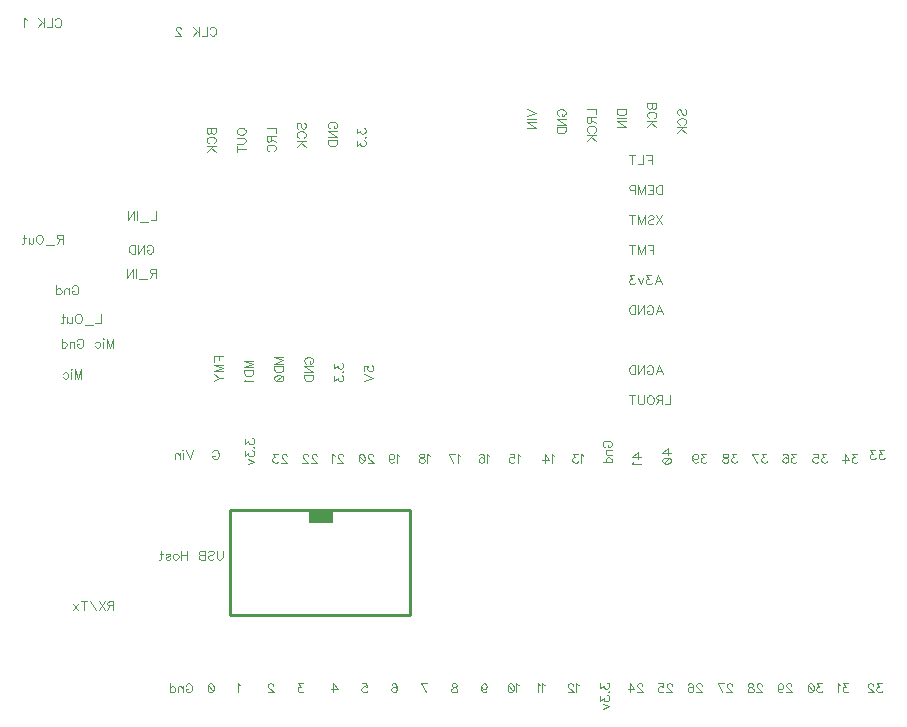
<source format=gbr>
G04 DipTrace 3.3.1.1*
G04 BottomSilk.gbr*
%MOIN*%
G04 #@! TF.FileFunction,Legend,Bot*
G04 #@! TF.Part,Single*
%ADD19C,0.01*%
%ADD79C,0.004632*%
%FSLAX26Y26*%
G04*
G70*
G90*
G75*
G01*
G04 BotSilk*
%LPD*%
X1775898Y2291769D2*
D19*
X2375898D1*
Y1941769D1*
X1775898D1*
Y2291769D1*
G36*
X2038496Y2291488D2*
X2119738D1*
Y2247743D1*
X2038496D1*
Y2291488D1*
G37*
X1752253Y2156388D2*
D79*
Y2134866D1*
X1750827Y2130555D1*
X1747942Y2127703D1*
X1743631Y2126244D1*
X1740779D1*
X1736468Y2127703D1*
X1733583Y2130555D1*
X1732157Y2134866D1*
Y2156388D1*
X1702797Y2152077D2*
X1705649Y2154962D1*
X1709960Y2156388D1*
X1715697D1*
X1720008Y2154962D1*
X1722893Y2152077D1*
Y2149225D1*
X1721434Y2146340D1*
X1720008Y2144914D1*
X1717156Y2143488D1*
X1708534Y2140603D1*
X1705649Y2139177D1*
X1704223Y2137718D1*
X1702797Y2134866D1*
Y2130555D1*
X1705649Y2127703D1*
X1709960Y2126244D1*
X1715697D1*
X1720008Y2127703D1*
X1722893Y2130555D1*
X1693534Y2156388D2*
Y2126244D1*
X1680600D1*
X1676289Y2127703D1*
X1674863Y2129129D1*
X1673438Y2131981D1*
Y2136292D1*
X1674863Y2139177D1*
X1676289Y2140603D1*
X1680600Y2142029D1*
X1676289Y2143488D1*
X1674863Y2144914D1*
X1673438Y2147766D1*
Y2150651D1*
X1674863Y2153503D1*
X1676289Y2154962D1*
X1680600Y2156388D1*
X1693534D1*
Y2142029D2*
X1680600D1*
X1635013Y2156388D2*
Y2126244D1*
X1614917Y2156388D2*
Y2126244D1*
X1635013Y2142029D2*
X1614917D1*
X1598491Y2146340D2*
X1601343Y2144914D1*
X1604228Y2142029D1*
X1605654Y2137718D1*
Y2134866D1*
X1604228Y2130555D1*
X1601343Y2127703D1*
X1598491Y2126244D1*
X1594180D1*
X1591295Y2127703D1*
X1588443Y2130555D1*
X1586984Y2134866D1*
Y2137718D1*
X1588443Y2142029D1*
X1591295Y2144914D1*
X1594180Y2146340D1*
X1598491D1*
X1561935Y2142029D2*
X1563361Y2144914D1*
X1567672Y2146340D1*
X1571983D1*
X1576294Y2144914D1*
X1577720Y2142029D1*
X1576294Y2139177D1*
X1573409Y2137718D1*
X1566246Y2136292D1*
X1563361Y2134866D1*
X1561935Y2131981D1*
Y2130555D1*
X1563361Y2127703D1*
X1567672Y2126244D1*
X1571983D1*
X1576294Y2127703D1*
X1577720Y2130555D1*
X1548361Y2156388D2*
Y2131981D1*
X1546935Y2127703D1*
X1544050Y2126244D1*
X1541198D1*
X1552672Y2146340D2*
X1542624D1*
X1708944Y3895936D2*
X1710370Y3898788D1*
X1713255Y3901673D1*
X1716107Y3903099D1*
X1721844D1*
X1724729Y3901673D1*
X1727581Y3898788D1*
X1729040Y3895936D1*
X1730466Y3891625D1*
Y3884429D1*
X1729040Y3880151D1*
X1727581Y3877266D1*
X1724729Y3874414D1*
X1721844Y3872955D1*
X1716107D1*
X1713255Y3874414D1*
X1710370Y3877266D1*
X1708944Y3880151D1*
X1699681Y3903099D2*
Y3872955D1*
X1682470D1*
X1673206Y3903099D2*
Y3872955D1*
X1653110Y3903099D2*
X1673206Y3883003D1*
X1666043Y3890199D2*
X1653110Y3872955D1*
X1613227Y3895903D2*
Y3897329D1*
X1611801Y3900214D1*
X1610375Y3901640D1*
X1607490Y3903066D1*
X1601753D1*
X1598901Y3901640D1*
X1597475Y3900214D1*
X1596016Y3897329D1*
Y3894477D1*
X1597475Y3891592D1*
X1600327Y3887314D1*
X1614686Y3872955D1*
X1594590D1*
X1193163Y3924209D2*
X1194588Y3927061D1*
X1197474Y3929946D1*
X1200325Y3931372D1*
X1206062D1*
X1208948Y3929946D1*
X1211799Y3927061D1*
X1213259Y3924209D1*
X1214684Y3919898D1*
Y3912702D1*
X1213259Y3908424D1*
X1211799Y3905539D1*
X1208948Y3902687D1*
X1206062Y3901228D1*
X1200325D1*
X1197474Y3902687D1*
X1194588Y3905539D1*
X1193163Y3908424D1*
X1183899Y3931372D2*
Y3901228D1*
X1166688D1*
X1157424Y3931372D2*
Y3901228D1*
X1137328Y3931372D2*
X1157424Y3911276D1*
X1150262Y3918472D2*
X1137328Y3901228D1*
X1098904Y3925602D2*
X1096019Y3927061D1*
X1091708Y3931339D1*
Y3901228D1*
X3025874Y2501773D2*
X3023022Y2503199D1*
X3020137Y2506084D1*
X3018711Y2508936D1*
Y2514673D1*
X3020137Y2517558D1*
X3023022Y2520410D1*
X3025874Y2521869D1*
X3030185Y2523295D1*
X3037381D1*
X3041659Y2521869D1*
X3044544Y2520410D1*
X3047396Y2517558D1*
X3048855Y2514673D1*
Y2508936D1*
X3047396Y2506084D1*
X3044544Y2503199D1*
X3041659Y2501773D1*
X3037381D1*
Y2508936D1*
X3028759Y2492510D2*
X3048855D1*
X3034496D2*
X3030185Y2488199D1*
X3028759Y2485314D1*
Y2481036D1*
X3030185Y2478151D1*
X3034496Y2476725D1*
X3048855D1*
X3018711Y2450250D2*
X3048855D1*
X3033070D2*
X3030185Y2453102D1*
X3028759Y2455987D1*
Y2460298D1*
X3030185Y2463150D1*
X3033070Y2466035D1*
X3037381Y2467461D1*
X3040233D1*
X3044544Y2466035D1*
X3047396Y2463150D1*
X3048855Y2460298D1*
Y2455987D1*
X3047396Y2453102D1*
X3044544Y2450250D1*
X1653447Y2491686D2*
X1641973Y2461542D1*
X1630499Y2491686D1*
X1621235D2*
X1619809Y2490260D1*
X1618350Y2491686D1*
X1619809Y2493145D1*
X1621235Y2491686D1*
X1619809Y2481638D2*
Y2461542D1*
X1609086Y2481638D2*
Y2461542D1*
Y2475901D2*
X1604775Y2480212D1*
X1601890Y2481638D1*
X1597612D1*
X1594727Y2480212D1*
X1593301Y2475901D1*
Y2461542D1*
X1718252Y2484523D2*
X1719678Y2487375D1*
X1722563Y2490260D1*
X1725415Y2491686D1*
X1731151D1*
X1734037Y2490260D1*
X1736888Y2487375D1*
X1738348Y2484523D1*
X1739774Y2480212D1*
Y2473016D1*
X1738348Y2468738D1*
X1736888Y2465853D1*
X1734037Y2463001D1*
X1731151Y2461542D1*
X1725415D1*
X1722563Y2463001D1*
X1719678Y2465853D1*
X1718252Y2468738D1*
Y2473016D1*
X1725415D1*
X1826838Y2528992D2*
Y2513241D1*
X1838312Y2521829D1*
Y2517518D1*
X1839738Y2514667D1*
X1841164Y2513241D1*
X1845475Y2511781D1*
X1848327D1*
X1852638Y2513241D1*
X1855523Y2516093D1*
X1856949Y2520404D1*
Y2524715D1*
X1855523Y2528992D1*
X1854064Y2530418D1*
X1851212Y2531877D1*
X1854064Y2501092D2*
X1855523Y2502518D1*
X1856949Y2501092D1*
X1855523Y2499633D1*
X1854064Y2501092D1*
X1826838Y2487484D2*
Y2471733D1*
X1838312Y2480321D1*
Y2476010D1*
X1839738Y2473158D1*
X1841164Y2471732D1*
X1845475Y2470273D1*
X1848327D1*
X1852638Y2471732D1*
X1855523Y2474584D1*
X1856949Y2478895D1*
Y2483206D1*
X1855523Y2487484D1*
X1854064Y2488910D1*
X1851212Y2490369D1*
X1836853Y2461010D2*
X1856949Y2452388D1*
X1836853Y2443799D1*
X1966412Y2471997D2*
Y2473423D1*
X1964986Y2476308D1*
X1963560Y2477734D1*
X1960675Y2479160D1*
X1954938D1*
X1952086Y2477734D1*
X1950660Y2476308D1*
X1949201Y2473423D1*
Y2470572D1*
X1950660Y2467686D1*
X1953512Y2463409D1*
X1967871Y2449050D1*
X1947775D1*
X1935627Y2479160D2*
X1919875D1*
X1928464Y2467686D1*
X1924153D1*
X1921301Y2466260D1*
X1919875Y2464835D1*
X1918416Y2460524D1*
Y2457672D1*
X1919875Y2453361D1*
X1922727Y2450476D1*
X1927038Y2449050D1*
X1931349D1*
X1935627Y2450476D1*
X1937053Y2451935D1*
X1938512Y2454787D1*
X2066373Y2471997D2*
Y2473423D1*
X2064947Y2476308D1*
X2063521Y2477734D1*
X2060636Y2479160D1*
X2054899D1*
X2052047Y2477734D1*
X2050621Y2476308D1*
X2049162Y2473423D1*
Y2470572D1*
X2050621Y2467686D1*
X2053473Y2463409D1*
X2067832Y2449050D1*
X2047736D1*
X2037013Y2471997D2*
Y2473423D1*
X2035587Y2476308D1*
X2034161Y2477734D1*
X2031276Y2479160D1*
X2025539D1*
X2022687Y2477734D1*
X2021261Y2476308D1*
X2019802Y2473423D1*
Y2470572D1*
X2021261Y2467686D1*
X2024113Y2463409D1*
X2038472Y2449050D1*
X2018376D1*
X2153432Y2471997D2*
Y2473423D1*
X2152006Y2476308D1*
X2150580Y2477734D1*
X2147695Y2479160D1*
X2141958D1*
X2139106Y2477734D1*
X2137680Y2476308D1*
X2136221Y2473423D1*
Y2470572D1*
X2137680Y2467686D1*
X2140532Y2463409D1*
X2154891Y2449050D1*
X2134795D1*
X2125532Y2473423D2*
X2122647Y2474883D1*
X2118336Y2479160D1*
Y2449050D1*
X2253798Y2471997D2*
Y2473423D1*
X2252372Y2476308D1*
X2250946Y2477734D1*
X2248061Y2479160D1*
X2242324D1*
X2239472Y2477734D1*
X2238046Y2476308D1*
X2236587Y2473423D1*
Y2470572D1*
X2238046Y2467686D1*
X2240898Y2463409D1*
X2255257Y2449050D1*
X2235161D1*
X2217275Y2479160D2*
X2221586Y2477734D1*
X2224471Y2473423D1*
X2225897Y2466260D1*
Y2461949D1*
X2224471Y2454787D1*
X2221586Y2450476D1*
X2217275Y2449050D1*
X2214423D1*
X2210112Y2450476D1*
X2207261Y2454787D1*
X2205801Y2461949D1*
Y2466260D1*
X2207261Y2473423D1*
X2210112Y2477734D1*
X2214423Y2479160D1*
X2217275D1*
X2207261Y2473423D2*
X2224471Y2454787D1*
X2340890Y2473423D2*
X2338005Y2474883D1*
X2333694Y2479160D1*
Y2449050D1*
X2305761Y2469146D2*
X2307220Y2464835D1*
X2310072Y2461949D1*
X2314383Y2460524D1*
X2315809D1*
X2320120Y2461949D1*
X2322972Y2464835D1*
X2324431Y2469146D1*
Y2470572D1*
X2322972Y2474883D1*
X2320120Y2477734D1*
X2315809Y2479160D1*
X2314383D1*
X2310072Y2477734D1*
X2307220Y2474883D1*
X2305761Y2469146D1*
Y2461949D1*
X2307220Y2454787D1*
X2310072Y2450476D1*
X2314383Y2449050D1*
X2317235D1*
X2321546Y2450476D1*
X2322972Y2453361D1*
X2442244Y2473423D2*
X2439359Y2474883D1*
X2435048Y2479160D1*
Y2449050D1*
X2418621Y2479160D2*
X2422899Y2477734D1*
X2424358Y2474883D1*
Y2471997D1*
X2422899Y2469146D1*
X2420047Y2467686D1*
X2414310Y2466260D1*
X2409999Y2464835D1*
X2407147Y2461949D1*
X2405721Y2459098D1*
Y2454787D1*
X2407147Y2451935D1*
X2408573Y2450476D1*
X2412884Y2449050D1*
X2418621D1*
X2422899Y2450476D1*
X2424358Y2451935D1*
X2425784Y2454787D1*
Y2459098D1*
X2424358Y2461949D1*
X2421473Y2464835D1*
X2417195Y2466260D1*
X2411458Y2467686D1*
X2408573Y2469146D1*
X2407147Y2471997D1*
Y2474883D1*
X2408573Y2477734D1*
X2412884Y2479160D1*
X2418621D1*
X2542482Y2473423D2*
X2539597Y2474883D1*
X2535286Y2479160D1*
Y2449050D1*
X2520285D2*
X2505926Y2479160D1*
X2526022D1*
X2640983Y2473423D2*
X2638098Y2474883D1*
X2633787Y2479160D1*
Y2449050D1*
X2607313Y2474883D2*
X2608739Y2477734D1*
X2613050Y2479160D1*
X2615902D1*
X2620213Y2477734D1*
X2623098Y2473423D1*
X2624524Y2466260D1*
Y2459098D1*
X2623098Y2453361D1*
X2620213Y2450476D1*
X2615902Y2449050D1*
X2614476D1*
X2610198Y2450476D1*
X2607313Y2453361D1*
X2605887Y2457672D1*
Y2459098D1*
X2607313Y2463409D1*
X2610198Y2466260D1*
X2614476Y2467686D1*
X2615902D1*
X2620213Y2466260D1*
X2623098Y2463409D1*
X2624524Y2459098D1*
X2742402Y2473423D2*
X2739517Y2474883D1*
X2735206Y2479160D1*
Y2449050D1*
X2708731Y2479160D2*
X2723057D1*
X2724483Y2466260D1*
X2723057Y2467686D1*
X2718746Y2469146D1*
X2714468D1*
X2710157Y2467686D1*
X2707272Y2464835D1*
X2705846Y2460524D1*
Y2457672D1*
X2707272Y2453361D1*
X2710157Y2450476D1*
X2714468Y2449050D1*
X2718746D1*
X2723057Y2450476D1*
X2724483Y2451935D1*
X2725942Y2454787D1*
X2856283Y2473423D2*
X2853398Y2474883D1*
X2849087Y2479160D1*
Y2449050D1*
X2825464D2*
Y2479160D1*
X2839823Y2459098D1*
X2818301D1*
X2954816Y2473423D2*
X2951931Y2474883D1*
X2947620Y2479160D1*
Y2449050D1*
X2935472Y2479160D2*
X2919720D1*
X2928309Y2467686D1*
X2923998D1*
X2921146Y2466260D1*
X2919720Y2464835D1*
X2918261Y2460524D1*
Y2457672D1*
X2919720Y2453361D1*
X2922572Y2450476D1*
X2926883Y2449050D1*
X2931194D1*
X2935472Y2450476D1*
X2936898Y2451935D1*
X2938357Y2454787D1*
X3866387Y2479160D2*
X3850635D1*
X3859224Y2467686D1*
X3854913D1*
X3852061Y2466260D1*
X3850635Y2464835D1*
X3849176Y2460524D1*
Y2457672D1*
X3850635Y2453361D1*
X3853487Y2450476D1*
X3857798Y2449050D1*
X3862109D1*
X3866387Y2450476D1*
X3867813Y2451935D1*
X3869272Y2454787D1*
X3825554Y2449050D2*
Y2479160D1*
X3839913Y2459098D1*
X3818391D1*
X3765002Y2479160D2*
X3749250D1*
X3757839Y2467686D1*
X3753528D1*
X3750676Y2466260D1*
X3749250Y2464835D1*
X3747791Y2460524D1*
Y2457672D1*
X3749250Y2453361D1*
X3752102Y2450476D1*
X3756413Y2449050D1*
X3760724D1*
X3765002Y2450476D1*
X3766428Y2451935D1*
X3767887Y2454787D1*
X3721316Y2479160D2*
X3735642D1*
X3737068Y2466260D1*
X3735642Y2467686D1*
X3731331Y2469146D1*
X3727053D1*
X3722742Y2467686D1*
X3719857Y2464835D1*
X3718431Y2460524D1*
Y2457672D1*
X3719857Y2453361D1*
X3722742Y2450476D1*
X3727053Y2449050D1*
X3731331D1*
X3735642Y2450476D1*
X3737068Y2451935D1*
X3738527Y2454787D1*
X3663338Y2479160D2*
X3647586D1*
X3656175Y2467686D1*
X3651864D1*
X3649012Y2466260D1*
X3647586Y2464835D1*
X3646127Y2460524D1*
Y2457672D1*
X3647586Y2453361D1*
X3650438Y2450476D1*
X3654749Y2449050D1*
X3659060D1*
X3663338Y2450476D1*
X3664764Y2451935D1*
X3666223Y2454787D1*
X3619653Y2474883D2*
X3621079Y2477734D1*
X3625390Y2479160D1*
X3628241D1*
X3632553Y2477734D1*
X3635438Y2473423D1*
X3636864Y2466260D1*
Y2459098D1*
X3635438Y2453361D1*
X3632553Y2450476D1*
X3628241Y2449050D1*
X3626816D1*
X3622538Y2450476D1*
X3619653Y2453361D1*
X3618227Y2457672D1*
Y2459098D1*
X3619653Y2463409D1*
X3622538Y2466260D1*
X3626816Y2467686D1*
X3628241D1*
X3632553Y2466260D1*
X3635438Y2463409D1*
X3636864Y2459098D1*
X3564837Y2479160D2*
X3549085D1*
X3557674Y2467686D1*
X3553363D1*
X3550511Y2466260D1*
X3549085Y2464835D1*
X3547626Y2460524D1*
Y2457672D1*
X3549085Y2453361D1*
X3551937Y2450476D1*
X3556248Y2449050D1*
X3560559D1*
X3564837Y2450476D1*
X3566262Y2451935D1*
X3567722Y2454787D1*
X3532625Y2449050D2*
X3518266Y2479160D1*
X3538362D1*
X3464844D2*
X3449092D1*
X3457681Y2467686D1*
X3453370D1*
X3450518Y2466260D1*
X3449092Y2464835D1*
X3447633Y2460524D1*
Y2457672D1*
X3449092Y2453361D1*
X3451944Y2450476D1*
X3456255Y2449050D1*
X3460566D1*
X3464844Y2450476D1*
X3466270Y2451935D1*
X3467729Y2454787D1*
X3431207Y2479160D2*
X3435484Y2477734D1*
X3436944Y2474883D1*
Y2471997D1*
X3435484Y2469146D1*
X3432633Y2467686D1*
X3426896Y2466260D1*
X3422585Y2464835D1*
X3419733Y2461949D1*
X3418307Y2459098D1*
Y2454787D1*
X3419733Y2451935D1*
X3421159Y2450476D1*
X3425470Y2449050D1*
X3431207D1*
X3435484Y2450476D1*
X3436944Y2451935D1*
X3438370Y2454787D1*
Y2459098D1*
X3436944Y2461949D1*
X3434059Y2464835D1*
X3429781Y2466260D1*
X3424044Y2467686D1*
X3421159Y2469146D1*
X3419733Y2471997D1*
Y2474883D1*
X3421159Y2477734D1*
X3425470Y2479160D1*
X3431207D1*
X3363491D2*
X3347739D1*
X3356328Y2467686D1*
X3352017D1*
X3349165Y2466260D1*
X3347739Y2464835D1*
X3346280Y2460524D1*
Y2457672D1*
X3347739Y2453361D1*
X3350591Y2450476D1*
X3354902Y2449050D1*
X3359213D1*
X3363491Y2450476D1*
X3364917Y2451935D1*
X3366376Y2454787D1*
X3318346Y2469146D2*
X3319805Y2464835D1*
X3322657Y2461949D1*
X3326968Y2460524D1*
X3328394D1*
X3332705Y2461949D1*
X3335557Y2464835D1*
X3337016Y2469146D1*
Y2470572D1*
X3335557Y2474883D1*
X3332705Y2477734D1*
X3328394Y2479160D1*
X3326968D1*
X3322657Y2477734D1*
X3319805Y2474883D1*
X3318346Y2469146D1*
Y2461949D1*
X3319805Y2454787D1*
X3322657Y2450476D1*
X3326968Y2449050D1*
X3329820D1*
X3334131Y2450476D1*
X3335557Y2453361D1*
X3147364Y2470046D2*
X3117253D1*
X3137316Y2484405D1*
Y2462883D1*
X3122990Y2453620D2*
X3121531Y2450735D1*
X3117253Y2446424D1*
X3147364D1*
X3247325Y2482946D2*
X3217214D1*
X3237277Y2497305D1*
Y2475783D1*
X3217214Y2457898D2*
X3218640Y2462209D1*
X3222951Y2465094D1*
X3230114Y2466520D1*
X3234425D1*
X3241588Y2465094D1*
X3245899Y2462209D1*
X3247325Y2457898D1*
Y2455046D1*
X3245899Y2450735D1*
X3241588Y2447883D1*
X3234425Y2446424D1*
X3230114D1*
X3222951Y2447883D1*
X3218640Y2450735D1*
X3217214Y2455046D1*
Y2457898D1*
X3222951Y2447883D2*
X3241588Y2465094D1*
X3955709Y2491146D2*
X3939957D1*
X3948546Y2479672D1*
X3944235D1*
X3941383Y2478246D1*
X3939957Y2476820D1*
X3938498Y2472509D1*
Y2469657D1*
X3939957Y2465346D1*
X3942809Y2462461D1*
X3947120Y2461035D1*
X3951431D1*
X3955709Y2462461D1*
X3957135Y2463920D1*
X3958594Y2466772D1*
X3926350Y2491146D2*
X3910598D1*
X3919187Y2479672D1*
X3914876D1*
X3912024Y2478246D1*
X3910598Y2476820D1*
X3909139Y2472509D1*
Y2469657D1*
X3910598Y2465346D1*
X3913450Y2462461D1*
X3917761Y2461035D1*
X3922072D1*
X3926350Y2462461D1*
X3927776Y2463920D1*
X3929235Y2466772D1*
X1713404Y1713907D2*
X1717715Y1712481D1*
X1720600Y1708170D1*
X1722026Y1701007D1*
Y1696696D1*
X1720600Y1689533D1*
X1717715Y1685222D1*
X1713404Y1683796D1*
X1710552D1*
X1706241Y1685222D1*
X1703389Y1689533D1*
X1701930Y1696696D1*
Y1701007D1*
X1703389Y1708170D1*
X1706241Y1712481D1*
X1710552Y1713907D1*
X1713404D1*
X1703389Y1708170D2*
X1720600Y1689533D1*
X1809085Y1708170D2*
X1806200Y1709629D1*
X1801889Y1713907D1*
Y1683796D1*
X2019266Y1713907D2*
X2003514D1*
X2012103Y1702433D1*
X2007792D1*
X2004940Y1701007D1*
X2003514Y1699581D1*
X2002055Y1695270D1*
Y1692418D1*
X2003514Y1688107D1*
X2006366Y1685222D1*
X2010677Y1683796D1*
X2014988D1*
X2019266Y1685222D1*
X2020692Y1686681D1*
X2022151Y1689533D1*
X2121673Y1683796D2*
Y1713907D1*
X2136032Y1693844D1*
X2114510D1*
X1920731Y1706744D2*
Y1708170D1*
X1919305Y1711055D1*
X1917879Y1712481D1*
X1914994Y1713907D1*
X1909257D1*
X1906405Y1712481D1*
X1904979Y1711055D1*
X1903520Y1708170D1*
Y1705318D1*
X1904979Y1702433D1*
X1907831Y1698155D1*
X1922190Y1683796D1*
X1902094D1*
X2217354Y1713907D2*
X2231680D1*
X2233106Y1701007D1*
X2231680Y1702433D1*
X2227369Y1703892D1*
X2223091D1*
X2218780Y1702433D1*
X2215895Y1699581D1*
X2214469Y1695270D1*
Y1692418D1*
X2215895Y1688107D1*
X2218780Y1685222D1*
X2223091Y1683796D1*
X2227369D1*
X2231680Y1685222D1*
X2233106Y1686681D1*
X2234565Y1689533D1*
X2315856Y1709629D2*
X2317282Y1712481D1*
X2321593Y1713907D1*
X2324445D1*
X2328756Y1712481D1*
X2331641Y1708170D1*
X2333067Y1701007D1*
Y1693844D1*
X2331641Y1688107D1*
X2328756Y1685222D1*
X2324445Y1683796D1*
X2323019D1*
X2318741Y1685222D1*
X2315856Y1688107D1*
X2314430Y1692418D1*
Y1693844D1*
X2315856Y1698155D1*
X2318741Y1701007D1*
X2323019Y1702433D1*
X2324445D1*
X2328756Y1701007D1*
X2331641Y1698155D1*
X2333067Y1693844D1*
X2428748Y1683796D2*
X2414389Y1713907D1*
X2434485D1*
X2527494D2*
X2531772Y1712481D1*
X2533231Y1709629D1*
Y1706744D1*
X2531772Y1703892D1*
X2528920Y1702433D1*
X2523183Y1701007D1*
X2518872Y1699581D1*
X2516020Y1696696D1*
X2514594Y1693844D1*
Y1689533D1*
X2516020Y1686681D1*
X2517446Y1685222D1*
X2521757Y1683796D1*
X2527494D1*
X2531772Y1685222D1*
X2533231Y1686681D1*
X2534657Y1689533D1*
Y1693844D1*
X2533231Y1696696D1*
X2530346Y1699581D1*
X2526068Y1701007D1*
X2520331Y1702433D1*
X2517446Y1703892D1*
X2516020Y1706744D1*
Y1709629D1*
X2517446Y1712481D1*
X2521757Y1713907D1*
X2527494D1*
X2614555Y1703892D2*
X2616014Y1699581D1*
X2618866Y1696696D1*
X2623177Y1695270D1*
X2624603D1*
X2628914Y1696696D1*
X2631766Y1699581D1*
X2633225Y1703892D1*
Y1705318D1*
X2631766Y1709629D1*
X2628914Y1712481D1*
X2624603Y1713907D1*
X2623177D1*
X2618866Y1712481D1*
X2616014Y1709629D1*
X2614555Y1703892D1*
Y1696696D1*
X2616014Y1689533D1*
X2618866Y1685222D1*
X2623177Y1683796D1*
X2626029D1*
X2630340Y1685222D1*
X2631766Y1688107D1*
X2738575Y1708170D2*
X2735690Y1709629D1*
X2731379Y1713907D1*
Y1683796D1*
X2713493Y1713907D2*
X2717804Y1712481D1*
X2720689Y1708170D1*
X2722115Y1701007D1*
Y1696696D1*
X2720689Y1689533D1*
X2717804Y1685222D1*
X2713493Y1683796D1*
X2710641D1*
X2706330Y1685222D1*
X2703478Y1689533D1*
X2702019Y1696696D1*
Y1701007D1*
X2703478Y1708170D1*
X2706330Y1712481D1*
X2710641Y1713907D1*
X2713493D1*
X2703478Y1708170D2*
X2720689Y1689533D1*
X2825636Y1708170D2*
X2822751Y1709629D1*
X2818440Y1713907D1*
Y1683796D1*
X2809176Y1708170D2*
X2806291Y1709629D1*
X2801980Y1713907D1*
Y1683796D1*
X2938495Y1708170D2*
X2935610Y1709629D1*
X2931299Y1713907D1*
Y1683796D1*
X2920576Y1706744D2*
Y1708170D1*
X2919150Y1711055D1*
X2917724Y1712481D1*
X2914839Y1713907D1*
X2909102D1*
X2906250Y1712481D1*
X2904824Y1711055D1*
X2903365Y1708170D1*
Y1705318D1*
X2904824Y1702433D1*
X2907676Y1698155D1*
X2922035Y1683796D1*
X2901939D1*
X3010527Y1713769D2*
Y1698018D1*
X3022001Y1706606D1*
Y1702295D1*
X3023427Y1699443D1*
X3024853Y1698018D1*
X3029164Y1696558D1*
X3032016D1*
X3036327Y1698018D1*
X3039212Y1700869D1*
X3040638Y1705180D1*
Y1709491D1*
X3039212Y1713769D1*
X3037753Y1715195D1*
X3034901Y1716654D1*
X3037753Y1685869D2*
X3039212Y1687295D1*
X3040638Y1685869D1*
X3039212Y1684410D1*
X3037753Y1685869D1*
X3010527Y1672261D2*
Y1656509D1*
X3022001Y1665098D1*
Y1660787D1*
X3023427Y1657935D1*
X3024853Y1656509D1*
X3029164Y1655050D1*
X3032016D1*
X3036327Y1656509D1*
X3039212Y1659361D1*
X3040638Y1663672D1*
Y1667983D1*
X3039212Y1672261D1*
X3037753Y1673687D1*
X3034901Y1675146D1*
X3020542Y1645787D2*
X3040638Y1637165D1*
X3020542Y1628576D1*
X3151527Y1706744D2*
Y1708170D1*
X3150101Y1711055D1*
X3148675Y1712481D1*
X3145790Y1713907D1*
X3140053D1*
X3137201Y1712481D1*
X3135775Y1711055D1*
X3134316Y1708170D1*
Y1705318D1*
X3135775Y1702433D1*
X3138627Y1698155D1*
X3152986Y1683796D1*
X3132890D1*
X3109268D2*
Y1713907D1*
X3123627Y1693844D1*
X3102105D1*
X3250062Y1706744D2*
Y1708170D1*
X3248636Y1711055D1*
X3247210Y1712481D1*
X3244325Y1713907D1*
X3238588D1*
X3235736Y1712481D1*
X3234310Y1711055D1*
X3232851Y1708170D1*
Y1705318D1*
X3234310Y1702433D1*
X3237162Y1698155D1*
X3251521Y1683796D1*
X3231425D1*
X3204950Y1713907D2*
X3219276D1*
X3220702Y1701007D1*
X3219276Y1702433D1*
X3214965Y1703892D1*
X3210687D1*
X3206376Y1702433D1*
X3203491Y1699581D1*
X3202065Y1695270D1*
Y1692418D1*
X3203491Y1688107D1*
X3206376Y1685222D1*
X3210687Y1683796D1*
X3214965D1*
X3219276Y1685222D1*
X3220702Y1686681D1*
X3222161Y1689533D1*
X3348562Y1706744D2*
Y1708170D1*
X3347136Y1711055D1*
X3345710Y1712481D1*
X3342825Y1713907D1*
X3337088D1*
X3334236Y1712481D1*
X3332810Y1711055D1*
X3331351Y1708170D1*
Y1705318D1*
X3332810Y1702433D1*
X3335662Y1698155D1*
X3350021Y1683796D1*
X3329925D1*
X3303451Y1709629D2*
X3304876Y1712481D1*
X3309187Y1713907D1*
X3312039D1*
X3316350Y1712481D1*
X3319235Y1708170D1*
X3320661Y1701007D1*
Y1693844D1*
X3319235Y1688107D1*
X3316350Y1685222D1*
X3312039Y1683796D1*
X3310613D1*
X3306336Y1685222D1*
X3303451Y1688107D1*
X3302025Y1692418D1*
Y1693844D1*
X3303451Y1698155D1*
X3306336Y1701007D1*
X3310613Y1702433D1*
X3312039D1*
X3316350Y1701007D1*
X3319235Y1698155D1*
X3320661Y1693844D1*
X3449982Y1706744D2*
Y1708170D1*
X3448556Y1711055D1*
X3447130Y1712481D1*
X3444245Y1713907D1*
X3438508D1*
X3435656Y1712481D1*
X3434230Y1711055D1*
X3432771Y1708170D1*
Y1705318D1*
X3434230Y1702433D1*
X3437082Y1698155D1*
X3451441Y1683796D1*
X3431345D1*
X3416344D2*
X3401985Y1713907D1*
X3422081D1*
X3549908Y1706744D2*
Y1708170D1*
X3548482Y1711055D1*
X3547056Y1712481D1*
X3544171Y1713907D1*
X3538434D1*
X3535582Y1712481D1*
X3534156Y1711055D1*
X3532697Y1708170D1*
Y1705318D1*
X3534156Y1702433D1*
X3537008Y1698155D1*
X3551367Y1683796D1*
X3531271D1*
X3514844Y1713907D2*
X3519122Y1712481D1*
X3520581Y1709629D1*
Y1706744D1*
X3519122Y1703892D1*
X3516270Y1702433D1*
X3510533Y1701007D1*
X3506222Y1699581D1*
X3503370Y1696696D1*
X3501944Y1693844D1*
Y1689533D1*
X3503370Y1686681D1*
X3504796Y1685222D1*
X3509107Y1683796D1*
X3514844D1*
X3519122Y1685222D1*
X3520581Y1686681D1*
X3522007Y1689533D1*
Y1693844D1*
X3520581Y1696696D1*
X3517696Y1699581D1*
X3513418Y1701007D1*
X3507681Y1702433D1*
X3504796Y1703892D1*
X3503370Y1706744D1*
Y1709629D1*
X3504796Y1712481D1*
X3509107Y1713907D1*
X3514844D1*
X3648476Y1706744D2*
Y1708170D1*
X3647050Y1711055D1*
X3645624Y1712481D1*
X3642739Y1713907D1*
X3637002D1*
X3634150Y1712481D1*
X3632724Y1711055D1*
X3631265Y1708170D1*
Y1705318D1*
X3632724Y1702433D1*
X3635576Y1698155D1*
X3649935Y1683796D1*
X3629839D1*
X3601905Y1703892D2*
X3603364Y1699581D1*
X3606216Y1696696D1*
X3610527Y1695270D1*
X3611953D1*
X3616264Y1696696D1*
X3619116Y1699581D1*
X3620575Y1703892D1*
Y1705318D1*
X3619116Y1709629D1*
X3616264Y1712481D1*
X3611953Y1713907D1*
X3610527D1*
X3606216Y1712481D1*
X3603364Y1709629D1*
X3601905Y1703892D1*
Y1696696D1*
X3603364Y1689533D1*
X3606216Y1685222D1*
X3610527Y1683796D1*
X3613379D1*
X3617690Y1685222D1*
X3619116Y1688107D1*
X3748680Y1713907D2*
X3732929D1*
X3741517Y1702433D1*
X3737206D1*
X3734354Y1701007D1*
X3732929Y1699581D1*
X3731469Y1695270D1*
Y1692418D1*
X3732929Y1688107D1*
X3735780Y1685222D1*
X3740091Y1683796D1*
X3744402D1*
X3748680Y1685222D1*
X3750106Y1686681D1*
X3751565Y1689533D1*
X3713584Y1713907D2*
X3717895Y1712481D1*
X3720780Y1708170D1*
X3722206Y1701007D1*
Y1696696D1*
X3720780Y1689533D1*
X3717895Y1685222D1*
X3713584Y1683796D1*
X3710732D1*
X3706421Y1685222D1*
X3703569Y1689533D1*
X3702110Y1696696D1*
Y1701007D1*
X3703569Y1708170D1*
X3706421Y1712481D1*
X3710732Y1713907D1*
X3713584D1*
X3703569Y1708170D2*
X3720780Y1689533D1*
X3835740Y1713907D2*
X3819988D1*
X3828577Y1702433D1*
X3824266D1*
X3821414Y1701007D1*
X3819988Y1699581D1*
X3818529Y1695270D1*
Y1692418D1*
X3819988Y1688107D1*
X3822840Y1685222D1*
X3827151Y1683796D1*
X3831462D1*
X3835740Y1685222D1*
X3837166Y1686681D1*
X3838625Y1689533D1*
X3809265Y1708170D2*
X3806380Y1709629D1*
X3802069Y1713907D1*
Y1683796D1*
X3948600Y1713907D2*
X3932848D1*
X3941437Y1702433D1*
X3937126D1*
X3934274Y1701007D1*
X3932848Y1699581D1*
X3931389Y1695270D1*
Y1692418D1*
X3932848Y1688107D1*
X3935700Y1685222D1*
X3940011Y1683796D1*
X3944322D1*
X3948600Y1685222D1*
X3950026Y1686681D1*
X3951485Y1689533D1*
X3920667Y1706744D2*
Y1708170D1*
X3919241Y1711055D1*
X3917815Y1712481D1*
X3914930Y1713907D1*
X3909193D1*
X3906341Y1712481D1*
X3904915Y1711055D1*
X3903456Y1708170D1*
Y1705318D1*
X3904915Y1702433D1*
X3907767Y1698155D1*
X3922126Y1683796D1*
X3902030D1*
X1628503Y1706777D2*
X1629929Y1709629D1*
X1632814Y1712514D1*
X1635666Y1713940D1*
X1641403D1*
X1644288Y1712514D1*
X1647140Y1709629D1*
X1648599Y1706777D1*
X1650025Y1702466D1*
Y1695270D1*
X1648599Y1690992D1*
X1647140Y1688107D1*
X1644288Y1685255D1*
X1641403Y1683796D1*
X1635666D1*
X1632814Y1685255D1*
X1629929Y1688107D1*
X1628503Y1690992D1*
Y1695270D1*
X1635666D1*
X1619239Y1703892D2*
Y1683796D1*
Y1698155D2*
X1614928Y1702466D1*
X1612043Y1703892D1*
X1607765D1*
X1604880Y1702466D1*
X1603454Y1698155D1*
Y1683796D1*
X1576980Y1713940D2*
Y1683796D1*
Y1699581D2*
X1579832Y1702466D1*
X1582717Y1703892D1*
X1587028D1*
X1589880Y1702466D1*
X1592765Y1699581D1*
X1594191Y1695270D1*
Y1692418D1*
X1592765Y1688107D1*
X1589880Y1685255D1*
X1587028Y1683796D1*
X1582717D1*
X1579832Y1685255D1*
X1576980Y1688107D1*
X3163269Y3474249D2*
X3181939D1*
Y3444105D1*
Y3459890D2*
X3170465D1*
X3154006Y3474249D2*
Y3444105D1*
X3136795D1*
X3117483Y3474249D2*
Y3444105D1*
X3127531Y3474249D2*
X3107435D1*
X3217003Y3374249D2*
Y3344105D1*
X3206955D1*
X3202644Y3345564D1*
X3199759Y3348416D1*
X3198333Y3351301D1*
X3196907Y3355579D1*
Y3362775D1*
X3198333Y3367086D1*
X3199759Y3369938D1*
X3202644Y3372823D1*
X3206955Y3374249D1*
X3217003D1*
X3169006D2*
X3187643D1*
Y3344105D1*
X3169006D1*
X3187643Y3359890D2*
X3176169D1*
X3136795Y3344105D2*
Y3374249D1*
X3148269Y3344105D1*
X3159743Y3374249D1*
Y3344105D1*
X3127531Y3358464D2*
X3114598D1*
X3110320Y3359890D1*
X3108861Y3361349D1*
X3107435Y3364201D1*
Y3368512D1*
X3108861Y3371364D1*
X3110320Y3372823D1*
X3114598Y3374249D1*
X3127531D1*
Y3344105D1*
X3218462Y3274249D2*
X3198366Y3244105D1*
Y3274249D2*
X3218462Y3244105D1*
X3169006Y3269938D2*
X3171858Y3272823D1*
X3176169Y3274249D1*
X3181906D1*
X3186217Y3272823D1*
X3189102Y3269938D1*
Y3267086D1*
X3187643Y3264201D1*
X3186217Y3262775D1*
X3183365Y3261349D1*
X3174743Y3258464D1*
X3171858Y3257038D1*
X3170432Y3255579D1*
X3169006Y3252727D1*
Y3248416D1*
X3171858Y3245564D1*
X3176169Y3244105D1*
X3181906D1*
X3186217Y3245564D1*
X3189102Y3248416D1*
X3136795Y3244105D2*
Y3274249D1*
X3148269Y3244105D1*
X3159743Y3274249D1*
Y3244105D1*
X3117483Y3274249D2*
Y3244105D1*
X3127531Y3274249D2*
X3107435D1*
X3169006Y3174249D2*
X3187676D1*
Y3144105D1*
Y3159890D2*
X3176202D1*
X3136795Y3144105D2*
Y3174249D1*
X3148269Y3144105D1*
X3159743Y3174249D1*
Y3144105D1*
X3117483Y3174249D2*
Y3144105D1*
X3127531Y3174249D2*
X3107435D1*
X3192629Y3044105D2*
X3204136Y3074249D1*
X3215610Y3044105D1*
X3211299Y3054153D2*
X3196940D1*
X3180480Y3074216D2*
X3164728D1*
X3173317Y3062742D1*
X3169006D1*
X3166154Y3061316D1*
X3164728Y3059890D1*
X3163269Y3055579D1*
Y3052727D1*
X3164728Y3048416D1*
X3167580Y3045531D1*
X3171891Y3044105D1*
X3176202D1*
X3180480Y3045531D1*
X3181906Y3046990D1*
X3183365Y3049842D1*
X3154006Y3064201D2*
X3145384Y3044105D1*
X3136795Y3064201D1*
X3124646Y3074216D2*
X3108894D1*
X3117483Y3062742D1*
X3113172D1*
X3110320Y3061316D1*
X3108894Y3059890D1*
X3107435Y3055579D1*
Y3052727D1*
X3108894Y3048416D1*
X3111746Y3045531D1*
X3116057Y3044105D1*
X3120368D1*
X3124646Y3045531D1*
X3126072Y3046990D1*
X3127531Y3049842D1*
X3196940Y2944105D2*
X3208447Y2974249D1*
X3219921Y2944105D1*
X3215610Y2954153D2*
X3201251D1*
X3166154Y2967086D2*
X3167580Y2969938D1*
X3170465Y2972823D1*
X3173317Y2974249D1*
X3179054D1*
X3181939Y2972823D1*
X3184791Y2969938D1*
X3186250Y2967086D1*
X3187676Y2962775D1*
Y2955579D1*
X3186250Y2951301D1*
X3184791Y2948416D1*
X3181939Y2945564D1*
X3179054Y2944105D1*
X3173317D1*
X3170465Y2945564D1*
X3167580Y2948416D1*
X3166154Y2951301D1*
Y2955579D1*
X3173317D1*
X3136795Y2974249D2*
Y2944105D1*
X3156891Y2974249D1*
Y2944105D1*
X3127531Y2974249D2*
Y2944105D1*
X3117483D1*
X3113172Y2945564D1*
X3110287Y2948416D1*
X3108861Y2951301D1*
X3107435Y2955579D1*
Y2962775D1*
X3108861Y2967086D1*
X3110287Y2969938D1*
X3113172Y2972823D1*
X3117483Y2974249D1*
X3127531D1*
X3196940Y2744105D2*
X3208447Y2774249D1*
X3219921Y2744105D1*
X3215610Y2754153D2*
X3201251D1*
X3166154Y2767086D2*
X3167580Y2769938D1*
X3170465Y2772823D1*
X3173317Y2774249D1*
X3179054D1*
X3181939Y2772823D1*
X3184791Y2769938D1*
X3186250Y2767086D1*
X3187676Y2762775D1*
Y2755579D1*
X3186250Y2751301D1*
X3184791Y2748416D1*
X3181939Y2745564D1*
X3179054Y2744105D1*
X3173317D1*
X3170465Y2745564D1*
X3167580Y2748416D1*
X3166154Y2751301D1*
Y2755579D1*
X3173317D1*
X3136795Y2774249D2*
Y2744105D1*
X3156891Y2774249D1*
Y2744105D1*
X3127531Y2774249D2*
Y2744105D1*
X3117483D1*
X3113172Y2745564D1*
X3110287Y2748416D1*
X3108861Y2751301D1*
X3107435Y2755579D1*
Y2762775D1*
X3108861Y2767086D1*
X3110287Y2769938D1*
X3113172Y2772823D1*
X3117483Y2774249D1*
X3127531D1*
X3244936Y2674249D2*
Y2644105D1*
X3227725D1*
X3218462Y2659890D2*
X3205562D1*
X3201251Y2661349D1*
X3199792Y2662775D1*
X3198366Y2665627D1*
Y2668512D1*
X3199792Y2671364D1*
X3201251Y2672823D1*
X3205562Y2674249D1*
X3218462D1*
Y2644105D1*
X3208414Y2659890D2*
X3198366Y2644105D1*
X3180480Y2674249D2*
X3183365Y2672823D1*
X3186217Y2669938D1*
X3187676Y2667086D1*
X3189102Y2662775D1*
Y2655579D1*
X3187676Y2651301D1*
X3186217Y2648416D1*
X3183365Y2645564D1*
X3180480Y2644105D1*
X3174743D1*
X3171891Y2645564D1*
X3169006Y2648416D1*
X3167580Y2651301D1*
X3166154Y2655579D1*
Y2662775D1*
X3167580Y2667086D1*
X3169006Y2669938D1*
X3171891Y2672823D1*
X3174743Y2674249D1*
X3180480D1*
X3156891D2*
Y2652727D1*
X3155465Y2648416D1*
X3152580Y2645564D1*
X3148269Y2644105D1*
X3145417D1*
X3141106Y2645564D1*
X3138221Y2648416D1*
X3136795Y2652727D1*
Y2674249D1*
X3117483D2*
Y2644105D1*
X3127531Y2674249D2*
X3107435D1*
X1388080Y1973871D2*
X1375180D1*
X1370869Y1975330D1*
X1369410Y1976756D1*
X1367984Y1979608D1*
Y1982493D1*
X1369410Y1985345D1*
X1370869Y1986804D1*
X1375180Y1988230D1*
X1388080D1*
Y1958086D1*
X1378032Y1973871D2*
X1367984Y1958086D1*
X1358720Y1988230D2*
X1338624Y1958086D1*
Y1988230D2*
X1358720Y1958086D1*
X1329361D2*
X1309265Y1988197D1*
X1289953Y1988230D2*
Y1958086D1*
X1300001Y1988230D2*
X1279905D1*
X1270642Y1978182D2*
X1254857Y1958086D1*
Y1978182D2*
X1270642Y1958086D1*
X2765372Y3627568D2*
X2795516Y3616094D1*
X2765372Y3604620D1*
Y3595357D2*
X2795516D1*
X2765372Y3565997D2*
X2795516D1*
X2765372Y3586093D1*
X2795516D1*
X2873095Y3606046D2*
X2870244Y3607471D1*
X2867358Y3610357D1*
X2865932Y3613208D1*
Y3618945D1*
X2867358Y3621830D1*
X2870244Y3624682D1*
X2873095Y3626142D1*
X2877406Y3627567D1*
X2884603D1*
X2888880Y3626141D1*
X2891765Y3624682D1*
X2894617Y3621830D1*
X2896076Y3618945D1*
Y3613208D1*
X2894617Y3610357D1*
X2891765Y3607471D1*
X2888880Y3606045D1*
X2884603Y3606046D1*
Y3613208D1*
X2865932Y3576686D2*
X2896076D1*
X2865932Y3596782D1*
X2896076D1*
X2865932Y3567422D2*
X2896076D1*
X2896077Y3557374D1*
X2894617Y3553063D1*
X2891765Y3550178D1*
X2888880Y3548752D1*
X2884602Y3547327D1*
X2877406D1*
X2873095Y3548752D1*
X2870243Y3550178D1*
X2867358Y3553063D1*
X2865932Y3557375D1*
Y3567422D1*
X2966493Y3627568D2*
X2996637D1*
Y3610357D1*
X2980852Y3601094D2*
Y3588194D1*
X2979393Y3583883D1*
X2977967Y3582424D1*
X2975115Y3580998D1*
X2972230D1*
X2969378Y3582424D1*
X2967919Y3583883D1*
X2966493Y3588194D1*
Y3601094D1*
X2996637D1*
X2980852Y3591046D2*
X2996637Y3580998D1*
X2973656Y3550212D2*
X2970804Y3551638D1*
X2967919Y3554523D1*
X2966493Y3557375D1*
Y3563112D1*
X2967919Y3565997D1*
X2970804Y3568849D1*
X2973656Y3570308D1*
X2977967Y3571734D1*
X2985163D1*
X2989441Y3570308D1*
X2992326Y3568849D1*
X2995178Y3565997D1*
X2996637Y3563112D1*
Y3557375D1*
X2995178Y3554523D1*
X2992326Y3551638D1*
X2989441Y3550212D1*
X2966493Y3540949D2*
X2996637D1*
X2966493Y3520853D2*
X2986589Y3540949D1*
X2979393Y3533786D2*
X2996637Y3520853D1*
X3067053Y3627568D2*
X3097197D1*
Y3617520D1*
X3095738Y3613209D1*
X3092886Y3610324D1*
X3090001Y3608898D1*
X3085723Y3607472D1*
X3078527D1*
X3074216Y3608898D1*
X3071364Y3610324D1*
X3068479Y3613209D1*
X3067053Y3617520D1*
Y3627568D1*
Y3598208D2*
X3097197D1*
X3067053Y3568849D2*
X3097197D1*
X3067053Y3588945D1*
X3097197D1*
X3167614Y3649088D2*
X3197758D1*
Y3636155D1*
X3196298Y3631844D1*
X3194872Y3630418D1*
X3192021Y3628992D1*
X3187710D1*
X3184825Y3630418D1*
X3183399Y3631844D1*
X3181973Y3636155D1*
X3180513Y3631844D1*
X3179088Y3630418D1*
X3176236Y3628992D1*
X3173351D1*
X3170499Y3630418D1*
X3169040Y3631844D1*
X3167614Y3636155D1*
Y3649088D1*
X3181973D2*
Y3636155D1*
X3174777Y3598207D2*
X3171925Y3599633D1*
X3169040Y3602518D1*
X3167614Y3605370D1*
Y3611107D1*
X3169040Y3613992D1*
X3171925Y3616844D1*
X3174777Y3618303D1*
X3179088Y3619729D1*
X3186284D1*
X3190561Y3618303D1*
X3193447Y3616844D1*
X3196298Y3613992D1*
X3197758Y3611107D1*
Y3605370D1*
X3196298Y3602518D1*
X3193447Y3599633D1*
X3190562Y3598207D1*
X3167614Y3588943D2*
X3197758D1*
X3167614Y3568848D2*
X3187710Y3588943D1*
X3180513Y3581781D2*
X3197758Y3568848D1*
X3272485Y3607471D2*
X3269600Y3610323D1*
X3268174Y3614634D1*
Y3620371D1*
X3269600Y3624682D1*
X3272485Y3627567D1*
X3275337D1*
X3278222Y3626108D1*
X3279648Y3624682D1*
X3281074Y3621830D1*
X3283959Y3613208D1*
X3285385Y3610323D1*
X3286844Y3608897D1*
X3289696Y3607471D1*
X3294007D1*
X3296859Y3610323D1*
X3298318Y3614634D1*
Y3620371D1*
X3296859Y3624682D1*
X3294007Y3627567D1*
X3275337Y3576686D2*
X3272485Y3578112D1*
X3269600Y3580997D1*
X3268174Y3583849D1*
Y3589586D1*
X3269600Y3592471D1*
X3272485Y3595323D1*
X3275337Y3596782D1*
X3279648Y3598208D1*
X3286844D1*
X3291122Y3596782D1*
X3294007Y3595323D1*
X3296859Y3592471D1*
X3298318Y3589586D1*
Y3583849D1*
X3296859Y3580997D1*
X3294007Y3578112D1*
X3291122Y3576686D1*
X3268174Y3567422D2*
X3298318D1*
X3268174Y3547327D2*
X3288270Y3567422D1*
X3281074Y3560260D2*
X3298318Y3547327D1*
X1724177Y2785807D2*
Y2804477D1*
X1754321D1*
X1738536D2*
Y2793003D1*
X1754321Y2753596D2*
X1724177D1*
X1754321Y2765070D1*
X1724177Y2776544D1*
X1754321D1*
X1724177Y2744332D2*
X1738536Y2732858D1*
X1754321D1*
X1724177Y2721384D2*
X1738536Y2732858D1*
X1854321Y2767203D2*
X1824177D1*
X1854321Y2778677D1*
X1824177Y2790151D1*
X1854321D1*
X1824177Y2757940D2*
X1854321D1*
Y2747892D1*
X1852861Y2743581D1*
X1850010Y2740696D1*
X1847125Y2739270D1*
X1842847Y2737844D1*
X1835651D1*
X1831340Y2739270D1*
X1828488Y2740696D1*
X1825603Y2743581D1*
X1824177Y2747892D1*
Y2757940D1*
X1829947Y2728580D2*
X1828488Y2725695D1*
X1824210Y2721384D1*
X1854321D1*
X1954321Y2780103D2*
X1924177D1*
X1954321Y2791577D1*
X1924177Y2803051D1*
X1954321D1*
X1924177Y2770840D2*
X1954321D1*
Y2760792D1*
X1952861Y2756481D1*
X1950010Y2753596D1*
X1947124Y2752170D1*
X1942847Y2750744D1*
X1935651D1*
X1931340Y2752170D1*
X1928488Y2753596D1*
X1925603Y2756481D1*
X1924177Y2760792D1*
Y2770840D1*
X1924210Y2732858D2*
X1925636Y2737169D1*
X1929947Y2740054D1*
X1937110Y2741480D1*
X1941421D1*
X1948584Y2740054D1*
X1952895Y2737169D1*
X1954321Y2732858D1*
Y2730006D1*
X1952895Y2725695D1*
X1948584Y2722843D1*
X1941421Y2721384D1*
X1937110D1*
X1929947Y2722843D1*
X1925636Y2725695D1*
X1924210Y2730006D1*
Y2732858D1*
X1929947Y2722843D2*
X1948584Y2740054D1*
X2031340Y2780103D2*
X2028488Y2781529D1*
X2025603Y2784414D1*
X2024177Y2787266D1*
Y2793003D1*
X2025603Y2795888D1*
X2028488Y2798740D1*
X2031340Y2800199D1*
X2035651Y2801625D1*
X2042847D1*
X2047124Y2800199D1*
X2050010Y2798740D1*
X2052861Y2795888D1*
X2054321Y2793003D1*
Y2787266D1*
X2052861Y2784414D1*
X2050010Y2781529D1*
X2047124Y2780103D1*
X2042847D1*
Y2787266D1*
X2024177Y2750744D2*
X2054321D1*
X2024177Y2770840D1*
X2054321D1*
X2024177Y2741480D2*
X2054321D1*
Y2731432D1*
X2052861Y2727121D1*
X2050010Y2724236D1*
X2047124Y2722810D1*
X2042847Y2721384D1*
X2035650D1*
X2031339Y2722810D1*
X2028488Y2724236D1*
X2025602Y2727121D1*
X2024177Y2731432D1*
Y2741480D1*
X2124210Y2780103D2*
Y2764351D1*
X2135684Y2772940D1*
Y2768629D1*
X2137110Y2765777D1*
X2138536Y2764351D1*
X2142847Y2762892D1*
X2145699D1*
X2150010Y2764351D1*
X2152895Y2767203D1*
X2154321Y2771514D1*
Y2775825D1*
X2152895Y2780103D1*
X2151435Y2781529D1*
X2148584Y2782988D1*
X2151436Y2752203D2*
X2152895Y2753629D1*
X2154321Y2752203D1*
X2152895Y2750744D1*
X2151436Y2752203D1*
X2124210Y2738595D2*
Y2722843D1*
X2135684Y2731432D1*
Y2727121D1*
X2137110Y2724269D1*
X2138536Y2722843D1*
X2142847Y2721384D1*
X2145698D1*
X2150010Y2722843D1*
X2152895Y2725695D1*
X2154321Y2730006D1*
Y2734317D1*
X2152895Y2738595D1*
X2151436Y2740021D1*
X2148584Y2741480D1*
X2224210Y2756481D2*
Y2770807D1*
X2237110Y2772233D1*
X2235684Y2770807D1*
X2234225Y2766496D1*
Y2762218D1*
X2235684Y2757907D1*
X2238536Y2755022D1*
X2242847Y2753596D1*
X2245699D1*
X2250010Y2755022D1*
X2252895Y2757907D1*
X2254321Y2762218D1*
Y2766496D1*
X2252895Y2770807D1*
X2251435Y2772232D1*
X2248584Y2773692D1*
X2224177Y2744332D2*
X2254321Y2732858D1*
X2224177Y2721384D1*
X1699314Y3565724D2*
X1729458D1*
Y3552791D1*
X1727999Y3548480D1*
X1726573Y3547054D1*
X1723721Y3545628D1*
X1719410D1*
X1716525Y3547054D1*
X1715099Y3548480D1*
X1713673Y3552791D1*
X1712214Y3548480D1*
X1710788Y3547054D1*
X1707936Y3545628D1*
X1705051D1*
X1702199Y3547054D1*
X1700740Y3548480D1*
X1699314Y3552791D1*
Y3565724D1*
X1713673D2*
Y3552791D1*
X1706477Y3514842D2*
X1703625Y3516268D1*
X1700740Y3519153D1*
X1699314Y3522005D1*
Y3527742D1*
X1700740Y3530627D1*
X1703625Y3533479D1*
X1706477Y3534938D1*
X1710788Y3536364D1*
X1717984D1*
X1722262Y3534938D1*
X1725147Y3533479D1*
X1727999Y3530627D1*
X1729458Y3527742D1*
Y3522005D1*
X1727999Y3519153D1*
X1725147Y3516268D1*
X1722262Y3514842D1*
X1699314Y3505579D2*
X1729458D1*
X1699314Y3485483D2*
X1719410Y3505579D1*
X1712214Y3498416D2*
X1729458Y3485483D1*
X1799314Y3557101D2*
X1800740Y3559986D1*
X1803625Y3562838D1*
X1806477Y3564297D1*
X1810788Y3565723D1*
X1817984D1*
X1822262Y3564297D1*
X1825147Y3562838D1*
X1827999Y3559986D1*
X1829458Y3557101D1*
Y3551364D1*
X1827999Y3548512D1*
X1825147Y3545627D1*
X1822262Y3544201D1*
X1817984Y3542775D1*
X1810788D1*
X1806477Y3544201D1*
X1803625Y3545627D1*
X1800740Y3548512D1*
X1799314Y3551364D1*
Y3557101D1*
Y3533512D2*
X1820836D1*
X1825147Y3532086D1*
X1827999Y3529201D1*
X1829458Y3524890D1*
Y3522038D1*
X1827999Y3517727D1*
X1825147Y3514842D1*
X1820836Y3513416D1*
X1799314D1*
Y3494104D2*
X1829458D1*
X1799314Y3504152D2*
Y3484056D1*
X1899314Y3565723D2*
X1929458D1*
Y3548512D1*
X1913673Y3539249D2*
Y3526349D1*
X1912214Y3522038D1*
X1910788Y3520579D1*
X1907936Y3519153D1*
X1905051D1*
X1902199Y3520579D1*
X1900740Y3522038D1*
X1899314Y3526349D1*
Y3539249D1*
X1929458D1*
X1913673Y3529201D2*
X1929458Y3519153D1*
X1906477Y3488367D2*
X1903625Y3489793D1*
X1900740Y3492678D1*
X1899314Y3495530D1*
Y3501267D1*
X1900740Y3504152D1*
X1903625Y3507004D1*
X1906477Y3508463D1*
X1910788Y3509889D1*
X1917984D1*
X1922262Y3508463D1*
X1925147Y3507004D1*
X1927999Y3504152D1*
X1929458Y3501267D1*
Y3495530D1*
X1927999Y3492678D1*
X1925147Y3489793D1*
X1922262Y3488367D1*
X2003625Y3563141D2*
X2000740Y3565993D1*
X1999314Y3570304D1*
Y3576041D1*
X2000740Y3580352D1*
X2003625Y3583237D1*
X2006477D1*
X2009362Y3581778D1*
X2010788Y3580352D1*
X2012214Y3577500D1*
X2015099Y3568878D1*
X2016525Y3565993D1*
X2017984Y3564567D1*
X2020836Y3563141D1*
X2025147D1*
X2027999Y3565993D1*
X2029458Y3570304D1*
Y3576041D1*
X2027999Y3580352D1*
X2025147Y3583237D1*
X2006477Y3532355D2*
X2003625Y3533781D1*
X2000740Y3536666D1*
X1999314Y3539518D1*
Y3545255D1*
X2000740Y3548140D1*
X2003625Y3550992D1*
X2006477Y3552451D1*
X2010788Y3553877D1*
X2017984D1*
X2022262Y3552451D1*
X2025147Y3550992D1*
X2027999Y3548140D1*
X2029458Y3545255D1*
Y3539518D1*
X2027999Y3536666D1*
X2025147Y3533781D1*
X2022262Y3532355D1*
X1999314Y3523092D2*
X2029458D1*
X1999314Y3502996D2*
X2019410Y3523092D1*
X2012214Y3515929D2*
X2029458Y3502996D1*
X2110855Y3563905D2*
X2108003Y3565331D1*
X2105118Y3568216D1*
X2103692Y3571068D1*
Y3576805D1*
X2105118Y3579690D1*
X2108003Y3582542D1*
X2110855Y3584001D1*
X2115166Y3585427D1*
X2122362D1*
X2126640Y3584001D1*
X2129525Y3582542D1*
X2132377Y3579690D1*
X2133836Y3576805D1*
Y3571068D1*
X2132377Y3568216D1*
X2129525Y3565331D1*
X2126640Y3563905D1*
X2122362D1*
Y3571068D1*
X2103692Y3534546D2*
X2133836D1*
X2103692Y3554642D1*
X2133836D1*
X2103692Y3525282D2*
X2133836D1*
Y3515234D1*
X2132377Y3510923D1*
X2129525Y3508038D1*
X2126640Y3506612D1*
X2122362Y3505186D1*
X2115166D1*
X2110855Y3506612D1*
X2108003Y3508038D1*
X2105118Y3510923D1*
X2103692Y3515234D1*
Y3525282D1*
X2199348Y3562838D2*
Y3547086D1*
X2210821Y3555675D1*
Y3551364D1*
X2212247Y3548512D1*
X2213673Y3547086D1*
X2217984Y3545627D1*
X2220836D1*
X2225147Y3547086D1*
X2228032Y3549938D1*
X2229458Y3554249D1*
Y3558560D1*
X2228032Y3562838D1*
X2226573Y3564264D1*
X2223721Y3565723D1*
X2226573Y3534938D2*
X2228032Y3536364D1*
X2229458Y3534938D1*
X2228032Y3533479D1*
X2226573Y3534938D1*
X2199348Y3521330D2*
X2199347Y3505578D1*
X2210821Y3514167D1*
Y3509856D1*
X2212247Y3507004D1*
X2213673Y3505578D1*
X2217984Y3504119D1*
X2220836D1*
X2225147Y3505578D1*
X2228032Y3508430D1*
X2229458Y3512741D1*
Y3517052D1*
X2228032Y3521330D1*
X2226573Y3522756D1*
X2223721Y3524215D1*
X1365481Y2833130D2*
Y2863274D1*
X1376955Y2833130D1*
X1388429Y2863274D1*
Y2833130D1*
X1356217Y2863274D2*
X1354791Y2861848D1*
X1353332Y2863274D1*
X1354791Y2864733D1*
X1356217Y2863274D1*
X1354791Y2853226D2*
Y2833130D1*
X1326824Y2848915D2*
X1329709Y2851800D1*
X1332594Y2853226D1*
X1336872D1*
X1339757Y2851800D1*
X1342609Y2848915D1*
X1344068Y2844604D1*
Y2841752D1*
X1342609Y2837441D1*
X1339757Y2834589D1*
X1336872Y2833130D1*
X1332594D1*
X1329709Y2834589D1*
X1326824Y2837441D1*
X1266878Y2856111D2*
X1268304Y2858963D1*
X1271189Y2861848D1*
X1274041Y2863274D1*
X1279778D1*
X1282663Y2861848D1*
X1285515Y2858963D1*
X1286974Y2856111D1*
X1288400Y2851800D1*
Y2844604D1*
X1286974Y2840326D1*
X1285515Y2837441D1*
X1282663Y2834589D1*
X1279778Y2833130D1*
X1274041D1*
X1271189Y2834589D1*
X1268304Y2837441D1*
X1266878Y2840326D1*
Y2844604D1*
X1274041D1*
X1257615Y2853226D2*
Y2833130D1*
Y2847489D2*
X1253304Y2851800D1*
X1250419Y2853226D1*
X1246141D1*
X1243256Y2851800D1*
X1241830Y2847489D1*
Y2833130D1*
X1215355Y2863274D2*
Y2833130D1*
Y2848915D2*
X1218207Y2851800D1*
X1221092Y2853226D1*
X1225403D1*
X1228255Y2851800D1*
X1231140Y2848915D1*
X1232566Y2844604D1*
Y2841752D1*
X1231140Y2837441D1*
X1228255Y2834589D1*
X1225403Y2833130D1*
X1221092D1*
X1218207Y2834589D1*
X1215355Y2837441D1*
X1258870Y2730164D2*
Y2760308D1*
X1270344Y2730164D1*
X1281818Y2760308D1*
Y2730164D1*
X1249606Y2760308D2*
X1248180Y2758882D1*
X1246721Y2760308D1*
X1248180Y2761767D1*
X1249606Y2760308D1*
X1248180Y2750260D2*
Y2730164D1*
X1220214Y2745949D2*
X1223099Y2748834D1*
X1225984Y2750260D1*
X1230262D1*
X1233147Y2748834D1*
X1235999Y2745949D1*
X1237458Y2741638D1*
Y2738786D1*
X1235999Y2734475D1*
X1233147Y2731623D1*
X1230262Y2730164D1*
X1225984D1*
X1223099Y2731623D1*
X1220214Y2734475D1*
X1345569Y2945221D2*
Y2915077D1*
X1328358D1*
X1319095Y2910103D2*
X1291836D1*
X1273950Y2945221D2*
X1276835Y2943795D1*
X1279687Y2940910D1*
X1281146Y2938058D1*
X1282572Y2933747D1*
Y2926551D1*
X1281146Y2922273D1*
X1279687Y2919388D1*
X1276835Y2916536D1*
X1273950Y2915077D1*
X1268213D1*
X1265361Y2916536D1*
X1262476Y2919388D1*
X1261050Y2922273D1*
X1259624Y2926551D1*
Y2933747D1*
X1261050Y2938058D1*
X1262476Y2940910D1*
X1265361Y2943795D1*
X1268213Y2945221D1*
X1273950D1*
X1250361Y2935173D2*
Y2920814D1*
X1248935Y2916536D1*
X1246050Y2915077D1*
X1241739D1*
X1238887Y2916536D1*
X1234576Y2920814D1*
Y2935173D2*
Y2915077D1*
X1221001Y2945221D2*
Y2920814D1*
X1219575Y2916536D1*
X1216690Y2915077D1*
X1213838D1*
X1225312Y2935173D2*
X1215264D1*
X1219084Y3195827D2*
X1206184D1*
X1201873Y3197286D1*
X1200414Y3198712D1*
X1198988Y3201564D1*
Y3204449D1*
X1200414Y3207301D1*
X1201873Y3208760D1*
X1206184Y3210186D1*
X1219084D1*
Y3180042D1*
X1209036Y3195827D2*
X1198988Y3180042D1*
X1189725Y3175067D2*
X1162466D1*
X1144580Y3210186D2*
X1147465Y3208760D1*
X1150317Y3205875D1*
X1151776Y3203023D1*
X1153202Y3198712D1*
Y3191516D1*
X1151776Y3187238D1*
X1150317Y3184353D1*
X1147465Y3181501D1*
X1144580Y3180042D1*
X1138843D1*
X1135991Y3181501D1*
X1133106Y3184353D1*
X1131680Y3187238D1*
X1130254Y3191516D1*
Y3198712D1*
X1131680Y3203023D1*
X1133106Y3205875D1*
X1135991Y3208760D1*
X1138843Y3210186D1*
X1144580D1*
X1120991Y3200138D2*
Y3185779D1*
X1119565Y3181501D1*
X1116680Y3180042D1*
X1112369D1*
X1109517Y3181501D1*
X1105206Y3185779D1*
Y3200138D2*
Y3180042D1*
X1091631Y3210186D2*
Y3185779D1*
X1090205Y3181501D1*
X1087320Y3180042D1*
X1084468D1*
X1095942Y3200138D2*
X1085894D1*
X1250000Y3033476D2*
X1251426Y3036327D1*
X1254311Y3039212D1*
X1257163Y3040638D1*
X1262900D1*
X1265785Y3039212D1*
X1268637Y3036327D1*
X1270096Y3033476D1*
X1271522Y3029164D1*
Y3021968D1*
X1270096Y3017691D1*
X1268637Y3014805D1*
X1265785Y3011954D1*
X1262900Y3010494D1*
X1257163D1*
X1254311Y3011954D1*
X1251426Y3014805D1*
X1250000Y3017691D1*
Y3021968D1*
X1257163D1*
X1240737Y3030590D2*
Y3010494D1*
Y3024853D2*
X1236426Y3029164D1*
X1233541Y3030590D1*
X1229263D1*
X1226378Y3029164D1*
X1224952Y3024853D1*
Y3010494D1*
X1198477Y3040638D2*
Y3010494D1*
Y3026279D2*
X1201329Y3029164D1*
X1204214Y3030590D1*
X1208525D1*
X1211377Y3029164D1*
X1214262Y3026279D1*
X1215688Y3021968D1*
Y3019116D1*
X1214262Y3014805D1*
X1211377Y3011954D1*
X1208525Y3010494D1*
X1204214D1*
X1201329Y3011954D1*
X1198477Y3014805D1*
X1529661Y3081370D2*
X1516761D1*
X1512450Y3082829D1*
X1510991Y3084255D1*
X1509565Y3087107D1*
Y3089992D1*
X1510991Y3092844D1*
X1512450Y3094303D1*
X1516761Y3095729D1*
X1529661D1*
Y3065585D1*
X1519613Y3081370D2*
X1509565Y3065585D1*
X1500302Y3060611D2*
X1473043D1*
X1463779Y3095729D2*
Y3065585D1*
X1434420Y3095729D2*
Y3065585D1*
X1454516Y3095729D1*
Y3065585D1*
X1499043Y3168934D2*
X1500469Y3171785D1*
X1503354Y3174670D1*
X1506206Y3176096D1*
X1511943D1*
X1514828Y3174670D1*
X1517680Y3171785D1*
X1519139Y3168934D1*
X1520565Y3164622D1*
Y3157426D1*
X1519139Y3153149D1*
X1517680Y3150263D1*
X1514828Y3147412D1*
X1511943Y3145952D1*
X1506206D1*
X1503354Y3147412D1*
X1500469Y3150263D1*
X1499043Y3153149D1*
Y3157426D1*
X1506206D1*
X1469683Y3176096D2*
Y3145952D1*
X1489779Y3176096D1*
Y3145952D1*
X1460420Y3176096D2*
Y3145952D1*
X1450372D1*
X1446061Y3147412D1*
X1443176Y3150263D1*
X1441750Y3153149D1*
X1440324Y3157426D1*
Y3164622D1*
X1441750Y3168934D1*
X1443176Y3171785D1*
X1446061Y3174670D1*
X1450372Y3176096D1*
X1460420D1*
X1529893Y3287541D2*
Y3257397D1*
X1512682D1*
X1503418Y3252423D2*
X1476159D1*
X1466896Y3287541D2*
Y3257397D1*
X1437536Y3287541D2*
Y3257397D1*
X1457632Y3287541D1*
Y3257397D1*
M02*

</source>
